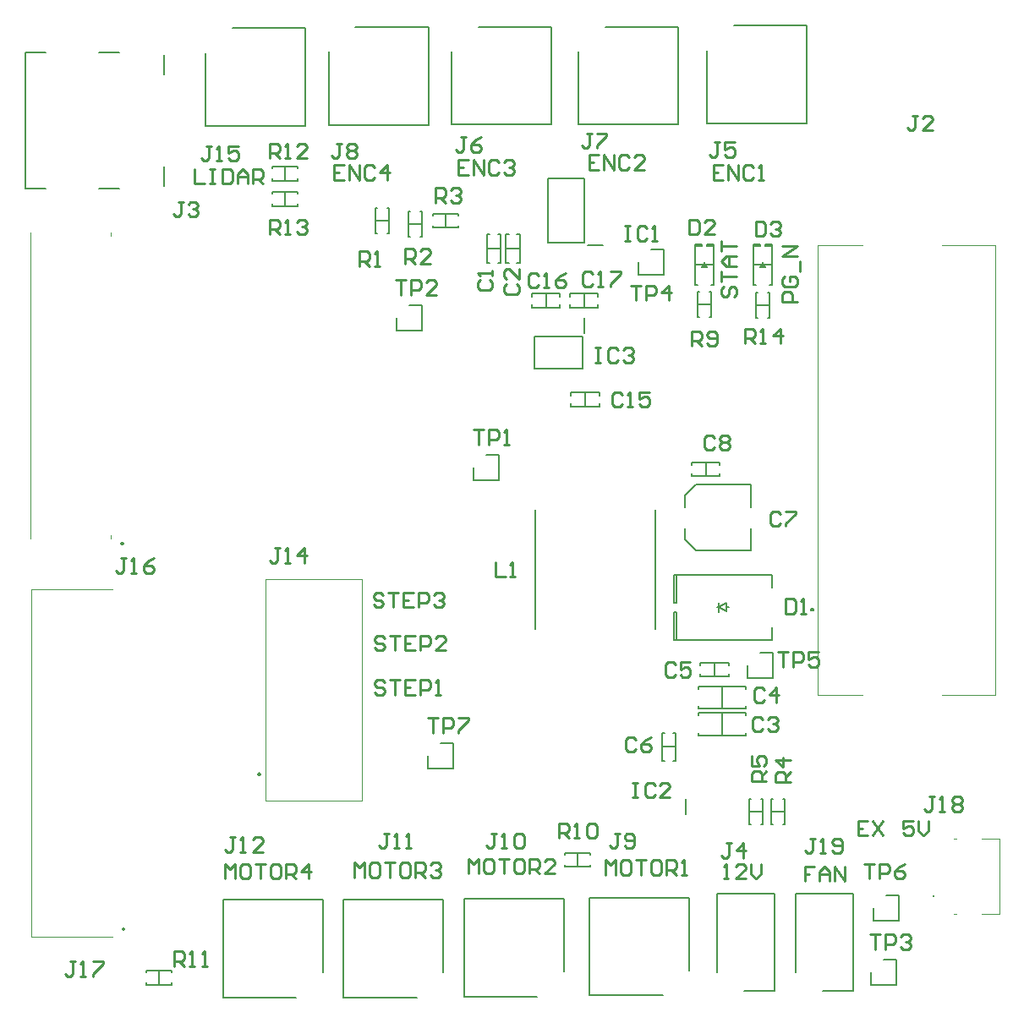
<source format=gto>
%FSTAX23Y23*%
%MOIN*%
%SFA1B1*%

%IPPOS*%
%ADD10C,0.003940*%
%ADD11C,0.007870*%
%ADD12C,0.005910*%
%ADD13C,0.010000*%
%LNmainpcb-1*%
%LPD*%
G54D10*
X0359Y00471D02*
D01*
X0359Y00471*
X0359Y00471*
X0359Y00471*
X0359Y00471*
X03591Y00471*
X03591Y00471*
X03591Y00471*
X03591Y00471*
X03591Y00471*
X03591Y00471*
X03591Y00471*
X03591Y00471*
X03591Y00472*
X03592Y00472*
X03592Y00472*
X03592Y00472*
X03592Y00472*
X03592Y00472*
X03592Y00472*
X03592Y00472*
X03592Y00473*
X03592Y00473*
Y00473*
X03592Y00473*
X03592Y00473*
X03592Y00473*
X03592Y00473*
X03592Y00473*
X03592Y00474*
X03592Y00474*
X03592Y00474*
X03591Y00474*
X03591Y00474*
X03591Y00474*
X03591Y00474*
X03591Y00474*
X03591Y00474*
X03591Y00474*
X03591Y00475*
X03591Y00475*
X0359Y00475*
X0359Y00475*
X0359Y00475*
X0359Y00475*
X0359Y00475*
D01*
X0359Y00475*
X0359Y00475*
X03589Y00475*
X03589Y00475*
X03589Y00475*
X03589Y00475*
X03589Y00474*
X03589Y00474*
X03589Y00474*
X03589Y00474*
X03589Y00474*
X03588Y00474*
X03588Y00474*
X03588Y00474*
X03588Y00474*
X03588Y00474*
X03588Y00473*
X03588Y00473*
X03588Y00473*
X03588Y00473*
X03588Y00473*
X03588Y00473*
Y00473*
X03588Y00473*
X03588Y00472*
X03588Y00472*
X03588Y00472*
X03588Y00472*
X03588Y00472*
X03588Y00472*
X03588Y00472*
X03588Y00472*
X03588Y00471*
X03589Y00471*
X03589Y00471*
X03589Y00471*
X03589Y00471*
X03589Y00471*
X03589Y00471*
X03589Y00471*
X03589Y00471*
X03589Y00471*
X0359Y00471*
X0359Y00471*
X0359Y00471*
X03784Y004D02*
X03852D01*
Y00699*
X03784D02*
X03852D01*
X03674Y004D02*
X03682D01*
X03674Y00699D02*
X03682D01*
X01338Y00847D02*
Y01721D01*
X0096Y00847D02*
X01338D01*
X0096D02*
Y01721D01*
X01338*
X00036Y01682D02*
X00356D01*
X00037Y00311D02*
Y01682D01*
X00036Y00311D02*
X00356D01*
X00351Y03075D02*
Y03087D01*
X00032Y01882D02*
Y03087D01*
X00351Y01882D02*
Y01894D01*
X03627Y01266D02*
X03835D01*
Y03038*
X03627D02*
X03835D01*
X03135D02*
X03312D01*
X03135Y01266D02*
Y03038D01*
Y01266D02*
X03312D01*
G54D11*
X00934Y00957D02*
D01*
X00934Y00957*
X00934Y00957*
X00933Y00957*
X00933Y00957*
X00933Y00957*
X00933Y00957*
X00932Y00957*
X00932Y00956*
X00932Y00956*
X00932Y00956*
X00931Y00956*
X00931Y00956*
X00931Y00956*
X00931Y00955*
X00931Y00955*
X00931Y00955*
X00931Y00955*
X0093Y00954*
X0093Y00954*
X0093Y00954*
X0093Y00953*
X0093Y00953*
Y00953*
X0093Y00953*
X0093Y00952*
X0093Y00952*
X0093Y00952*
X00931Y00952*
X00931Y00951*
X00931Y00951*
X00931Y00951*
X00931Y00951*
X00931Y0095*
X00931Y0095*
X00932Y0095*
X00932Y0095*
X00932Y0095*
X00932Y0095*
X00933Y00949*
X00933Y00949*
X00933Y00949*
X00933Y00949*
X00934Y00949*
X00934Y00949*
X00934Y00949*
D01*
X00934Y00949*
X00935Y00949*
X00935Y00949*
X00935Y00949*
X00936Y00949*
X00936Y00949*
X00936Y0095*
X00936Y0095*
X00936Y0095*
X00937Y0095*
X00937Y0095*
X00937Y0095*
X00937Y00951*
X00937Y00951*
X00938Y00951*
X00938Y00951*
X00938Y00952*
X00938Y00952*
X00938Y00952*
X00938Y00952*
X00938Y00953*
X00938Y00953*
Y00953*
X00938Y00954*
X00938Y00954*
X00938Y00954*
X00938Y00954*
X00938Y00955*
X00938Y00955*
X00938Y00955*
X00937Y00955*
X00937Y00956*
X00937Y00956*
X00937Y00956*
X00937Y00956*
X00936Y00956*
X00936Y00956*
X00936Y00957*
X00936Y00957*
X00936Y00957*
X00935Y00957*
X00935Y00957*
X00935Y00957*
X00934Y00957*
X00934*
X00396Y00343D02*
D01*
X00396Y00343*
X00396Y00342*
X00396Y00342*
X00396Y00342*
X00396Y00342*
X00396Y00341*
X00396Y00341*
X00396Y00341*
X00396Y00341*
X00396Y0034*
X00397Y0034*
X00397Y0034*
X00397Y0034*
X00397Y0034*
X00398Y0034*
X00398Y00339*
X00398Y00339*
X00398Y00339*
X00399Y00339*
X00399Y00339*
X00399Y00339*
X00399Y00339*
X004*
X004Y00339*
X004Y00339*
X004Y00339*
X00401Y00339*
X00401Y00339*
X00401Y00339*
X00401Y0034*
X00402Y0034*
X00402Y0034*
X00402Y0034*
X00402Y0034*
X00403Y0034*
X00403Y00341*
X00403Y00341*
X00403Y00341*
X00403Y00341*
X00403Y00342*
X00403Y00342*
X00403Y00342*
X00403Y00342*
X00403Y00343*
X00403Y00343*
D01*
X00403Y00343*
X00403Y00343*
X00403Y00344*
X00403Y00344*
X00403Y00344*
X00403Y00345*
X00403Y00345*
X00403Y00345*
X00403Y00345*
X00403Y00345*
X00402Y00346*
X00402Y00346*
X00402Y00346*
X00402Y00346*
X00401Y00346*
X00401Y00346*
X00401Y00347*
X00401Y00347*
X004Y00347*
X004Y00347*
X004Y00347*
X004Y00347*
X00399*
X00399Y00347*
X00399Y00347*
X00399Y00347*
X00398Y00347*
X00398Y00347*
X00398Y00346*
X00398Y00346*
X00397Y00346*
X00397Y00346*
X00397Y00346*
X00397Y00346*
X00396Y00345*
X00396Y00345*
X00396Y00345*
X00396Y00345*
X00396Y00345*
X00396Y00344*
X00396Y00344*
X00396Y00344*
X00396Y00343*
X00396Y00343*
X00396Y00343*
X00395Y01859D02*
D01*
X00395Y01859*
X00395Y01859*
X00395Y01859*
X00396Y01859*
X00396Y01859*
X00396Y01859*
X00396Y01859*
X00397Y01859*
X00397Y01859*
X00397Y01859*
X00397Y0186*
X00397Y0186*
X00398Y0186*
X00398Y0186*
X00398Y0186*
X00398Y01861*
X00398Y01861*
X00398Y01861*
X00398Y01862*
X00398Y01862*
X00398Y01862*
X00398Y01862*
Y01863*
X00398Y01863*
X00398Y01863*
X00398Y01863*
X00398Y01864*
X00398Y01864*
X00398Y01864*
X00398Y01864*
X00398Y01865*
X00398Y01865*
X00397Y01865*
X00397Y01865*
X00397Y01865*
X00397Y01866*
X00397Y01866*
X00396Y01866*
X00396Y01866*
X00396Y01866*
X00396Y01866*
X00395Y01866*
X00395Y01866*
X00395Y01866*
X00395*
D01*
X00394Y01866*
X00394Y01866*
X00394Y01866*
X00393Y01866*
X00393Y01866*
X00393Y01866*
X00393Y01866*
X00392Y01866*
X00392Y01866*
X00392Y01865*
X00392Y01865*
X00392Y01865*
X00391Y01865*
X00391Y01865*
X00391Y01864*
X00391Y01864*
X00391Y01864*
X00391Y01864*
X00391Y01863*
X00391Y01863*
X00391Y01863*
X00391Y01863*
Y01862*
X00391Y01862*
X00391Y01862*
X00391Y01861*
X00391Y01861*
X00391Y01861*
X00391Y01861*
X00391Y0186*
X00391Y0186*
X00391Y0186*
X00392Y0186*
X00392Y0186*
X00392Y01859*
X00392Y01859*
X00392Y01859*
X00393Y01859*
X00393Y01859*
X00393Y01859*
X00393Y01859*
X00394Y01859*
X00394Y01859*
X00394Y01859*
X00395Y01859*
X03115Y01605D02*
D01*
X03115Y01605*
X03114Y01605*
X03114Y01605*
X03114Y01605*
X03114Y01605*
X03113Y01604*
X03113Y01604*
X03113Y01604*
X03113Y01604*
X03112Y01604*
X03112Y01604*
X03112Y01604*
X03112Y01603*
X03112Y01603*
X03111Y01603*
X03111Y01603*
X03111Y01602*
X03111Y01602*
X03111Y01602*
X03111Y01602*
X03111Y01601*
X03111Y01601*
Y01601*
X03111Y016*
X03111Y016*
X03111Y016*
X03111Y016*
X03111Y01599*
X03111Y01599*
X03111Y01599*
X03112Y01599*
X03112Y01598*
X03112Y01598*
X03112Y01598*
X03112Y01598*
X03113Y01598*
X03113Y01598*
X03113Y01597*
X03113Y01597*
X03114Y01597*
X03114Y01597*
X03114Y01597*
X03114Y01597*
X03115Y01597*
X03115Y01597*
D01*
X03115Y01597*
X03115Y01597*
X03116Y01597*
X03116Y01597*
X03116Y01597*
X03116Y01597*
X03117Y01597*
X03117Y01598*
X03117Y01598*
X03117Y01598*
X03118Y01598*
X03118Y01598*
X03118Y01598*
X03118Y01599*
X03118Y01599*
X03118Y01599*
X03119Y01599*
X03119Y016*
X03119Y016*
X03119Y016*
X03119Y016*
X03119Y01601*
Y01601*
X03119Y01601*
X03119Y01602*
X03119Y01602*
X03119Y01602*
X03119Y01602*
X03118Y01603*
X03118Y01603*
X03118Y01603*
X03118Y01603*
X03118Y01604*
X03118Y01604*
X03117Y01604*
X03117Y01604*
X03117Y01604*
X03117Y01604*
X03116Y01604*
X03116Y01605*
X03116Y01605*
X03116Y01605*
X03115Y01605*
X03115Y01605*
X03115*
X0257Y0148D02*
X02956D01*
X0257Y01739D02*
X02956D01*
Y0148D02*
Y01532D01*
Y01687D02*
Y01739D01*
X0257Y01629D02*
Y01739D01*
Y01629D02*
X02578D01*
Y01739*
Y0148D02*
Y0159D01*
X0257D02*
X02578D01*
X0257Y0148D02*
Y0159D01*
X02747D02*
Y01629D01*
Y0161D02*
X02775Y01594D01*
X02747Y0161D02*
X02775Y01629D01*
Y01594D02*
Y01629D01*
X0274Y0161D02*
X02747D01*
X02775D02*
X02787D01*
X02845Y00097D02*
X02967D01*
Y00482*
X02738D02*
X02967D01*
X02738Y0017D02*
Y00482D01*
X03155Y00097D02*
X03277D01*
Y00482*
X03048D02*
X03277D01*
X03048Y0017D02*
Y00482D01*
X02805Y03904D02*
X03092D01*
Y03519D02*
Y03904D01*
X02698Y03519D02*
X03092D01*
X02698D02*
Y03806D01*
X01799Y03899D02*
X02087D01*
Y03514D02*
Y03899D01*
X01693Y03514D02*
X02087D01*
X01693D02*
Y03801D01*
X02299Y03899D02*
X02587D01*
Y03514D02*
Y03899D01*
X02193Y03514D02*
X02587D01*
X02193D02*
Y03801D01*
X01314Y03898D02*
X01602D01*
Y03512D02*
Y03898D01*
X01208Y03512D02*
X01602D01*
X01208D02*
Y038D01*
X02237Y0008D02*
X02525D01*
X02237D02*
Y00465D01*
X02631*
Y00178D02*
Y00465D01*
X01742Y00076D02*
X0203D01*
X01742D02*
Y00462D01*
X02136*
Y00175D02*
Y00462D01*
X01267Y00071D02*
X01555D01*
X01267D02*
Y00457D01*
X01661*
Y0017D02*
Y00457D01*
X00792Y00071D02*
X0108D01*
X00792D02*
Y00457D01*
X01186*
Y0017D02*
Y00457D01*
X00829Y03894D02*
X01117D01*
Y03509D02*
Y03894D01*
X00723Y03509D02*
X01117D01*
X00723D02*
Y03796D01*
X0178Y0211D02*
Y0216D01*
Y0211D02*
X0188D01*
Y0221*
X0183D02*
X0188D01*
X01475Y027D02*
Y0275D01*
Y027D02*
X01575D01*
Y028*
X01525D02*
X01575D01*
X03345Y0012D02*
Y0017D01*
Y0012D02*
X03445D01*
Y0022*
X03395D02*
X03445D01*
X0243Y0292D02*
Y0297D01*
Y0292D02*
X0253D01*
Y0302*
X0248D02*
X0253D01*
X0286Y0133D02*
Y0138D01*
Y0133D02*
X0296D01*
Y0143*
X0291D02*
X0296D01*
X03355Y00375D02*
Y00425D01*
Y00375D02*
X03455D01*
Y00475*
X03405D02*
X03455D01*
X016Y00975D02*
Y01025D01*
Y00975D02*
X017D01*
Y01075*
X0165D02*
X017D01*
X02211Y02552D02*
Y02677D01*
X02018Y02552D02*
X02211D01*
X02018D02*
Y02677D01*
X02211*
X02216Y02691D02*
Y0275D01*
X02072Y03047D02*
X02217D01*
X02072D02*
Y03302D01*
X02217*
Y03047D02*
Y03302D01*
X02231Y03037D02*
X02289D01*
X02023Y01523D02*
Y01996D01*
X02496Y01523D02*
Y01996D01*
X0056Y0327D02*
Y03348D01*
X00304Y03262D02*
X00383D01*
X00304Y03797D02*
X00383D01*
X00013Y03262D02*
X00092D01*
X00013D02*
Y03797D01*
X00092*
X0056Y03711D02*
Y03789D01*
X02614Y0205D02*
X02657Y02093D01*
X02614Y02006D02*
Y0205D01*
X02657Y02093D02*
X02874D01*
Y02006D02*
Y02093D01*
X02614Y01877D02*
X02657Y01833D01*
X02614Y01877D02*
Y0192D01*
X02657Y01833D02*
X02874D01*
Y0192*
X02617Y00795D02*
Y00855D01*
G54D12*
X02892Y028D02*
X02947D01*
X0294Y0285D02*
X02947D01*
Y0275D02*
Y0285D01*
X0294Y0275D02*
X02947D01*
X02892D02*
X029D01*
X02892D02*
Y0285D01*
X029*
X0291Y03035D02*
Y0304D01*
X02884D02*
X0291D01*
X02884Y03035D02*
Y0304D01*
X02955Y03035D02*
Y0304D01*
X0293D02*
X02955D01*
X0293Y03035D02*
Y0304D01*
X02884Y0288D02*
X02892D01*
X02884D02*
Y03035D01*
X0291*
X02947Y0288D02*
X02955D01*
Y03035*
X0293D02*
X02955D01*
X02884Y0296D02*
X02955D01*
X0292D02*
Y0297D01*
X0291Y0295D02*
X0293D01*
X0291D02*
X0292Y0296D01*
X0293Y0295*
X01035Y03192D02*
Y03247D01*
X00985Y0324D02*
Y03247D01*
X01085*
Y0324D02*
Y03247D01*
Y03192D02*
Y032D01*
X00985Y03192D02*
X01085D01*
X00985D02*
Y032D01*
X01035Y03292D02*
Y03347D01*
X01085Y03292D02*
Y033D01*
X00985Y03292D02*
X01085D01*
X00985D02*
Y033D01*
Y0334D02*
Y03347D01*
X01085*
Y0334D02*
Y03347D01*
X02662Y02805D02*
X02717D01*
X0271Y02855D02*
X02717D01*
Y02755D02*
Y02855D01*
X0271Y02755D02*
X02717D01*
X02662D02*
X0267D01*
X02662D02*
Y02855D01*
X0267*
X0054Y00122D02*
Y00177D01*
X0059Y00122D02*
Y0013D01*
X0049Y00122D02*
X0059D01*
X0049D02*
Y0013D01*
Y0017D02*
Y00177D01*
X0059*
Y0017D02*
Y00177D01*
X0219Y00587D02*
Y00642D01*
X0214Y00635D02*
Y00642D01*
X0224*
Y00635D02*
Y00642D01*
Y00587D02*
Y00595D01*
X0214Y00587D02*
X0224D01*
X0214D02*
Y00595D01*
X0269Y0296D02*
X027Y0295D01*
X0268D02*
X0269Y0296D01*
X0268Y0295D02*
X027D01*
X0269Y0296D02*
Y0297D01*
X02654Y0296D02*
X02725D01*
X027Y03035D02*
X02725D01*
Y0288D02*
Y03035D01*
X02717Y0288D02*
X02725D01*
X02654Y03035D02*
X0268D01*
X02654Y0288D02*
Y03035D01*
Y0288D02*
X02662D01*
X027Y03035D02*
Y0304D01*
X02725*
Y03035D02*
Y0304D01*
X02654Y03035D02*
Y0304D01*
X0268*
Y03035D02*
Y0304D01*
X02695Y02127D02*
Y02182D01*
X0275Y02127D02*
Y02139D01*
X02639Y02127D02*
X0275D01*
X02639D02*
Y02139D01*
Y0217D02*
Y02182D01*
X0275*
Y0217D02*
Y02182D01*
X02866Y00855D02*
X02874D01*
X02866Y00755D02*
Y00855D01*
Y00755D02*
X02874D01*
X02914D02*
X02921D01*
Y00855*
X02914D02*
X02921D01*
X02866Y00805D02*
X02921D01*
X03Y00755D02*
X03007D01*
Y00855*
X03D02*
X03007D01*
X02952D02*
X0296D01*
X02952Y00755D02*
Y00855D01*
Y00755D02*
X0296D01*
X02952Y00805D02*
X03007D01*
X02522Y0106D02*
X02577D01*
X02565Y01115D02*
X02577D01*
Y01004D02*
Y01115D01*
X02565Y01004D02*
X02577D01*
X02522D02*
X02534D01*
X02522D02*
Y01115D01*
X02534*
X02853Y01289D02*
Y01299D01*
X02666D02*
X02853D01*
X02666Y01289D02*
Y01299D01*
Y0121D02*
Y0122D01*
Y0121D02*
X02853D01*
Y0122*
X0276Y0121D02*
Y01299D01*
X02853Y01184D02*
Y01194D01*
X02666D02*
X02853D01*
X02666Y01184D02*
Y01194D01*
Y01105D02*
Y01115D01*
Y01105D02*
X02853D01*
Y01115*
X0276Y01105D02*
Y01194D01*
X0273Y01337D02*
Y01392D01*
X02785Y01337D02*
Y01349D01*
X02674Y01337D02*
X02785D01*
X02674D02*
Y01349D01*
Y0138D02*
Y01392D01*
X02785*
Y0138D02*
Y01392D01*
X02215Y02792D02*
Y02847D01*
X0227Y02792D02*
Y02804D01*
X02159Y02792D02*
X0227D01*
X02159D02*
Y02804D01*
Y02835D02*
Y02847D01*
X0227*
Y02835D02*
Y02847D01*
X01907Y03025D02*
X01962D01*
X01907Y02969D02*
X01919D01*
X01907D02*
Y0308D01*
X01919*
X0195D02*
X01962D01*
Y02969D02*
Y0308D01*
X0195Y02969D02*
X01962D01*
X01832Y03025D02*
X01887D01*
X01832Y02969D02*
X01844D01*
X01832D02*
Y0308D01*
X01844*
X01875D02*
X01887D01*
Y02969D02*
Y0308D01*
X01875Y02969D02*
X01887D01*
X0162Y03107D02*
Y03115D01*
Y03107D02*
X0172D01*
Y03115*
Y03155D02*
Y03162D01*
X0162D02*
X0172D01*
X0162Y03155D02*
Y03162D01*
X0167Y03107D02*
Y03162D01*
X0222Y02402D02*
Y02457D01*
X02275Y02402D02*
Y02414D01*
X02164Y02402D02*
X02275D01*
X02164D02*
Y02414D01*
Y02445D02*
Y02457D01*
X02275*
Y02445D02*
Y02457D01*
X02065Y02792D02*
Y02847D01*
X0212Y02792D02*
Y02804D01*
X02009Y02792D02*
X0212D01*
X02009D02*
Y02804D01*
Y02835D02*
Y02847D01*
X0212*
Y02835D02*
Y02847D01*
X0157Y0307D02*
X01577D01*
Y0317*
X0157D02*
X01577D01*
X01522D02*
X0153D01*
X01522Y0307D02*
Y0317D01*
Y0307D02*
X0153D01*
X01522Y0312D02*
X01577D01*
X0144Y03085D02*
X01447D01*
Y03185*
X0144D02*
X01447D01*
X01392D02*
X014D01*
X01392Y03085D02*
Y03185D01*
Y03085D02*
X014D01*
X01392Y03135D02*
X01447D01*
G54D13*
X03055Y02815D02*
X02995D01*
Y02844*
X03005Y02854*
X03025*
X03035Y02844*
Y02815*
X03005Y02914D02*
X02995Y02904D01*
Y02884*
X03005Y02874*
X03045*
X03055Y02884*
Y02904*
X03045Y02914*
X03025*
Y02894*
X03065Y02934D02*
Y02974D01*
X03055Y02994D02*
X02995D01*
X03055Y03034*
X02995*
X03124Y00589D02*
X03085D01*
Y00559*
X03104*
X03085*
Y0053*
X03144D02*
Y00569D01*
X03164Y00589*
X03184Y00569*
Y0053*
Y00559*
X03144*
X03204Y0053D02*
Y00589D01*
X03244Y0053*
Y00589*
X02765Y02874D02*
X02755Y02864D01*
Y02845*
X02765Y02835*
X02775*
X02785Y02845*
Y02864*
X02795Y02874*
X02805*
X02815Y02864*
Y02845*
X02805Y02835*
X02755Y02894D02*
Y02934D01*
Y02914*
X02815*
Y02954D02*
X02775D01*
X02755Y02974*
X02775Y02994*
X02815*
X02785*
Y02954*
X02755Y03014D02*
Y03054D01*
Y03034*
X02815*
X03334Y00769D02*
X03295D01*
Y0071*
X03334*
X03295Y00739D02*
X03314D01*
X03354Y00769D02*
X03394Y0071D01*
Y00769D02*
X03354Y0071D01*
X03514Y00769D02*
X03474D01*
Y00739*
X03494Y00749*
X03504*
X03514Y00739*
Y0072*
X03504Y0071*
X03484*
X03474Y0072*
X03534Y00769D02*
Y00729D01*
X03554Y0071*
X03574Y00729*
Y00769*
X0176Y0056D02*
Y00619D01*
X01779Y00599*
X01799Y00619*
Y0056*
X01849Y00619D02*
X01829D01*
X01819Y00609*
Y0057*
X01829Y0056*
X01849*
X01859Y0057*
Y00609*
X01849Y00619*
X01879D02*
X01919D01*
X01899*
Y0056*
X01969Y00619D02*
X01949D01*
X01939Y00609*
Y0057*
X01949Y0056*
X01969*
X01979Y0057*
Y00609*
X01969Y00619*
X01999Y0056D02*
Y00619D01*
X02029*
X02039Y00609*
Y00589*
X02029Y00579*
X01999*
X02019D02*
X02039Y0056D01*
X02099D02*
X02059D01*
X02099Y00599*
Y00609*
X02089Y00619*
X02069*
X02059Y00609*
X008Y0054D02*
Y00599D01*
X00819Y00579*
X00839Y00599*
Y0054*
X00889Y00599D02*
X00869D01*
X00859Y00589*
Y0055*
X00869Y0054*
X00889*
X00899Y0055*
Y00589*
X00889Y00599*
X00919D02*
X00959D01*
X00939*
Y0054*
X01009Y00599D02*
X00989D01*
X00979Y00589*
Y0055*
X00989Y0054*
X01009*
X01019Y0055*
Y00589*
X01009Y00599*
X01039Y0054D02*
Y00599D01*
X01069*
X01079Y00589*
Y00569*
X01069Y00559*
X01039*
X01059D02*
X01079Y0054D01*
X01129D02*
Y00599D01*
X01099Y00569*
X01139*
X0131Y00545D02*
Y00604D01*
X01329Y00584*
X01349Y00604*
Y00545*
X01399Y00604D02*
X01379D01*
X01369Y00594*
Y00555*
X01379Y00545*
X01399*
X01409Y00555*
Y00594*
X01399Y00604*
X01429D02*
X01469D01*
X01449*
Y00545*
X01519Y00604D02*
X01499D01*
X01489Y00594*
Y00555*
X01499Y00545*
X01519*
X01529Y00555*
Y00594*
X01519Y00604*
X01549Y00545D02*
Y00604D01*
X01579*
X01589Y00594*
Y00574*
X01579Y00564*
X01549*
X01569D02*
X01589Y00545D01*
X01609Y00594D02*
X01619Y00604D01*
X01639*
X01649Y00594*
Y00584*
X01639Y00574*
X01629*
X01639*
X01649Y00564*
Y00555*
X01639Y00545*
X01619*
X01609Y00555*
X02765Y0054D02*
X02784D01*
X02775*
Y00599*
X02765Y00589*
X02854Y0054D02*
X02814D01*
X02854Y00579*
Y00589*
X02844Y00599*
X02824*
X02814Y00589*
X02874Y00599D02*
Y00559D01*
X02894Y0054*
X02914Y00559*
Y00599*
X01429Y01314D02*
X01419Y01324D01*
X014*
X0139Y01314*
Y01304*
X014Y01294*
X01419*
X01429Y01284*
Y01275*
X01419Y01265*
X014*
X0139Y01275*
X01449Y01324D02*
X01489D01*
X01469*
Y01265*
X01549Y01324D02*
X01509D01*
Y01265*
X01549*
X01509Y01294D02*
X01529D01*
X01569Y01265D02*
Y01324D01*
X01599*
X01609Y01314*
Y01294*
X01599Y01284*
X01569*
X01629Y01265D02*
X01649D01*
X01639*
Y01324*
X01629Y01314*
X01429Y01489D02*
X01419Y01499D01*
X014*
X0139Y01489*
Y01479*
X014Y01469*
X01419*
X01429Y01459*
Y0145*
X01419Y0144*
X014*
X0139Y0145*
X01449Y01499D02*
X01489D01*
X01469*
Y0144*
X01549Y01499D02*
X01509D01*
Y0144*
X01549*
X01509Y01469D02*
X01529D01*
X01569Y0144D02*
Y01499D01*
X01599*
X01609Y01489*
Y01469*
X01599Y01459*
X01569*
X01669Y0144D02*
X01629D01*
X01669Y01479*
Y01489*
X01659Y01499*
X01639*
X01629Y01489*
X01424Y01659D02*
X01414Y01669D01*
X01395*
X01385Y01659*
Y01649*
X01395Y01639*
X01414*
X01424Y01629*
Y0162*
X01414Y0161*
X01395*
X01385Y0162*
X01444Y01669D02*
X01484D01*
X01464*
Y0161*
X01544Y01669D02*
X01504D01*
Y0161*
X01544*
X01504Y01639D02*
X01524D01*
X01564Y0161D02*
Y01669D01*
X01594*
X01604Y01659*
Y01639*
X01594Y01629*
X01564*
X01624Y01659D02*
X01634Y01669D01*
X01654*
X01664Y01659*
Y01649*
X01654Y01639*
X01644*
X01654*
X01664Y01629*
Y0162*
X01654Y0161*
X01634*
X01624Y0162*
X023Y00555D02*
Y00614D01*
X02319Y00594*
X02339Y00614*
Y00555*
X02389Y00614D02*
X02369D01*
X02359Y00604*
Y00565*
X02369Y00555*
X02389*
X02399Y00565*
Y00604*
X02389Y00614*
X02419D02*
X02459D01*
X02439*
Y00555*
X02509Y00614D02*
X02489D01*
X02479Y00604*
Y00565*
X02489Y00555*
X02509*
X02519Y00565*
Y00604*
X02509Y00614*
X02539Y00555D02*
Y00614D01*
X02569*
X02579Y00604*
Y00584*
X02569Y00574*
X02539*
X02559D02*
X02579Y00555D01*
X02599D02*
X02619D01*
X02609*
Y00614*
X02599Y00604*
X02764Y03354D02*
X02725D01*
Y03295*
X02764*
X02725Y03324D02*
X02744D01*
X02784Y03295D02*
Y03354D01*
X02824Y03295*
Y03354*
X02884Y03344D02*
X02874Y03354D01*
X02854*
X02844Y03344*
Y03305*
X02854Y03295*
X02874*
X02884Y03305*
X02904Y03295D02*
X02924D01*
X02914*
Y03354*
X02904Y03344*
X02274Y03394D02*
X02235D01*
Y03335*
X02274*
X02235Y03364D02*
X02254D01*
X02294Y03335D02*
Y03394D01*
X02334Y03335*
Y03394*
X02394Y03384D02*
X02384Y03394D01*
X02364*
X02354Y03384*
Y03345*
X02364Y03335*
X02384*
X02394Y03345*
X02454Y03335D02*
X02414D01*
X02454Y03374*
Y03384*
X02444Y03394*
X02424*
X02414Y03384*
X01759Y03374D02*
X0172D01*
Y03315*
X01759*
X0172Y03344D02*
X01739D01*
X01779Y03315D02*
Y03374D01*
X01819Y03315*
Y03374*
X01879Y03364D02*
X01869Y03374D01*
X01849*
X01839Y03364*
Y03325*
X01849Y03315*
X01869*
X01879Y03325*
X01899Y03364D02*
X01909Y03374D01*
X01929*
X01939Y03364*
Y03354*
X01929Y03344*
X01919*
X01929*
X01939Y03334*
Y03325*
X01929Y03315*
X01909*
X01899Y03325*
X01269Y03354D02*
X0123D01*
Y03295*
X01269*
X0123Y03324D02*
X01249D01*
X01289Y03295D02*
Y03354D01*
X01329Y03295*
Y03354*
X01389Y03344D02*
X01379Y03354D01*
X01359*
X01349Y03344*
Y03305*
X01359Y03295*
X01379*
X01389Y03305*
X01439Y03295D02*
Y03354D01*
X01409Y03324*
X01449*
X0068Y03339D02*
Y0328D01*
X00719*
X00739Y03339D02*
X00759D01*
X00749*
Y0328*
X00739*
X00759*
X00789Y03339D02*
Y0328D01*
X00819*
X00829Y0329*
Y03329*
X00819Y03339*
X00789*
X00849Y0328D02*
Y03319D01*
X00869Y03339*
X00889Y03319*
Y0328*
Y03309*
X00849*
X00909Y0328D02*
Y03339D01*
X00939*
X00949Y03329*
Y03309*
X00939Y03299*
X00909*
X00929D02*
X00949Y0328D01*
X0353Y03549D02*
X0351D01*
X0352*
Y035*
X0351Y0349*
X035*
X0349Y035*
X03589Y0349D02*
X0355D01*
X03589Y0353*
Y03539*
X03579Y03549*
X03559*
X0355Y03539*
X0285Y0265D02*
Y02709D01*
X0288*
X0289Y02699*
Y0268*
X0288Y0267*
X0285*
X0287D02*
X0289Y0265D01*
X0291D02*
X0293D01*
X0292*
Y02709*
X0291Y02699*
X02989Y0265D02*
Y02709D01*
X02959Y0268*
X02999*
X02892Y03132D02*
Y03073D01*
X02921*
X02931Y03083*
Y03122*
X02921Y03132*
X02892*
X02951Y03122D02*
X02961Y03132D01*
X02981*
X02991Y03122*
Y03112*
X02981Y03102*
X02971*
X02981*
X02991Y03092*
Y03083*
X02981Y03073*
X02961*
X02951Y03083*
X00975Y0308D02*
Y03139D01*
X01005*
X01015Y03129*
Y0311*
X01005Y031*
X00975*
X00995D02*
X01015Y0308D01*
X01035D02*
X01055D01*
X01045*
Y03139*
X01035Y03129*
X01084D02*
X01094Y03139D01*
X01114*
X01124Y03129*
Y0312*
X01114Y0311*
X01104*
X01114*
X01124Y031*
Y0309*
X01114Y0308*
X01094*
X01084Y0309*
X00975Y0338D02*
Y03439D01*
X01005*
X01015Y03429*
Y0341*
X01005Y034*
X00975*
X00995D02*
X01015Y0338D01*
X01035D02*
X01055D01*
X01045*
Y03439*
X01035Y03429*
X01124Y0338D02*
X01084D01*
X01124Y0342*
Y03429*
X01114Y03439*
X01094*
X01084Y03429*
X03125Y00699D02*
X03105D01*
X03115*
Y0065*
X03105Y0064*
X03095*
X03085Y0065*
X03145Y0064D02*
X03165D01*
X03155*
Y00699*
X03145Y00689*
X03194Y0065D02*
X03204Y0064D01*
X03224*
X03234Y0065*
Y00689*
X03224Y00699*
X03204*
X03194Y00689*
Y0068*
X03204Y0067*
X03234*
X006Y00195D02*
Y00254D01*
X0063*
X0064Y00244*
Y00225*
X0063Y00215*
X006*
X0062D02*
X0064Y00195D01*
X0066D02*
X0068D01*
X0067*
Y00254*
X0066Y00244*
X00709Y00195D02*
X00729D01*
X00719*
Y00254*
X00709Y00244*
X02115Y007D02*
Y00759D01*
X02145*
X02155Y00749*
Y0073*
X02145Y0072*
X02115*
X02135D02*
X02155Y007D01*
X02175D02*
X02195D01*
X02185*
Y00759*
X02175Y00749*
X02225D02*
X02235Y00759D01*
X02255*
X02265Y00749*
Y0071*
X02255Y007*
X02235*
X02225Y0071*
Y00749*
X01599Y01175D02*
X01638D01*
X01618*
Y01116*
X01658D02*
Y01175D01*
X01688*
X01698Y01165*
Y01145*
X01688Y01135*
X01658*
X01718Y01175D02*
X01758D01*
Y01165*
X01718Y01126*
Y01116*
X0332Y00599D02*
X0336D01*
X0334*
Y0054*
X0338D02*
Y00599D01*
X0341*
X03419Y00589*
Y0057*
X0341Y0056*
X0338*
X03479Y00599D02*
X03459Y00589D01*
X03439Y0057*
Y0055*
X03449Y0054*
X03469*
X03479Y0055*
Y0056*
X03469Y0057*
X03439*
X0298Y01434D02*
X0302D01*
X03*
Y01375*
X0304D02*
Y01434D01*
X0307*
X03079Y01424*
Y01405*
X0307Y01395*
X0304*
X03139Y01434D02*
X03099D01*
Y01405*
X03119Y01415*
X03129*
X03139Y01405*
Y01385*
X03129Y01375*
X03109*
X03099Y01385*
X024Y02879D02*
X0244D01*
X0242*
Y0282*
X0246D02*
Y02879D01*
X0249*
X02499Y02869*
Y0285*
X0249Y0284*
X0246*
X02549Y0282D02*
Y02879D01*
X02519Y0285*
X02559*
X03344Y0032D02*
X03383D01*
X03363*
Y00261*
X03403D02*
Y0032D01*
X03433*
X03443Y0031*
Y0029*
X03433Y0028*
X03403*
X03463Y0031D02*
X03473Y0032D01*
X03493*
X03503Y0031*
Y003*
X03493Y0029*
X03483*
X03493*
X03503Y0028*
Y00271*
X03493Y00261*
X03473*
X03463Y00271*
X01474Y029D02*
X01513D01*
X01493*
Y02841*
X01533D02*
Y029D01*
X01563*
X01573Y0289*
Y0287*
X01563Y0286*
X01533*
X01633Y02841D02*
X01593D01*
X01633Y0288*
Y0289*
X01623Y029*
X01603*
X01593Y0289*
X01779Y0231D02*
X01818D01*
X01798*
Y02251*
X01838D02*
Y0231D01*
X01868*
X01878Y023*
Y0228*
X01868Y0227*
X01838*
X01898Y02251D02*
X01918D01*
X01908*
Y0231*
X01898Y023*
X03596Y00865D02*
X03576D01*
X03586*
Y00816*
X03576Y00806*
X03567*
X03557Y00816*
X03616Y00806D02*
X03636D01*
X03626*
Y00865*
X03616Y00855*
X03666D02*
X03676Y00865D01*
X03696*
X03706Y00855*
Y00845*
X03696Y00835*
X03706Y00825*
Y00816*
X03696Y00806*
X03676*
X03666Y00816*
Y00825*
X03676Y00835*
X03666Y00845*
Y00855*
X03676Y00835D02*
X03696D01*
X00211Y00215D02*
X00191D01*
X00201*
Y00165*
X00191Y00155*
X00181*
X00171Y00165*
X00231Y00155D02*
X00251D01*
X00241*
Y00215*
X00231Y00205*
X00281Y00215D02*
X00321D01*
Y00205*
X00281Y00165*
Y00155*
X00745Y03429D02*
X00725D01*
X00735*
Y0338*
X00725Y0337*
X00715*
X00705Y0338*
X00765Y0337D02*
X00785D01*
X00775*
Y03429*
X00765Y03419*
X00854Y03429D02*
X00814D01*
Y034*
X00834Y0341*
X00844*
X00854Y034*
Y0338*
X00844Y0337*
X00824*
X00814Y0338*
X00411Y01805D02*
X00391D01*
X00401*
Y01755*
X00391Y01745*
X00381*
X00371Y01755*
X00431Y01745D02*
X00451D01*
X00441*
Y01805*
X00431Y01795*
X00521Y01805D02*
X00501Y01795D01*
X00481Y01775*
Y01755*
X00491Y01745*
X00511*
X00521Y01755*
Y01765*
X00511Y01775*
X00481*
X00635Y03209D02*
X00615D01*
X00625*
Y0316*
X00615Y0315*
X00605*
X00595Y0316*
X00655Y03199D02*
X00664Y03209D01*
X00684*
X00694Y03199*
Y0319*
X00684Y0318*
X00674*
X00684*
X00694Y0317*
Y0316*
X00684Y0315*
X00664*
X00655Y0316*
X0084Y00704D02*
X0082D01*
X0083*
Y00655*
X0082Y00645*
X0081*
X008Y00655*
X0086Y00645D02*
X0088D01*
X0087*
Y00704*
X0086Y00694*
X00949Y00645D02*
X00909D01*
X00949Y00685*
Y00694*
X00939Y00704*
X00919*
X00909Y00694*
X01445Y00719D02*
X01425D01*
X01435*
Y0067*
X01425Y0066*
X01415*
X01405Y0067*
X01465Y0066D02*
X01485D01*
X01475*
Y00719*
X01465Y00709*
X01514Y0066D02*
X01534D01*
X01524*
Y00719*
X01514Y00709*
X0187Y00719D02*
X0185D01*
X0186*
Y0067*
X0185Y0066*
X0184*
X0183Y0067*
X0189Y0066D02*
X0191D01*
X019*
Y00719*
X0189Y00709*
X01939D02*
X01949Y00719D01*
X01969*
X01979Y00709*
Y0067*
X01969Y0066*
X01949*
X01939Y0067*
Y00709*
X02355Y00719D02*
X02335D01*
X02345*
Y0067*
X02335Y0066*
X02325*
X02315Y0067*
X02375D02*
X02384Y0066D01*
X02404*
X02414Y0067*
Y00709*
X02404Y00719*
X02384*
X02375Y00709*
Y007*
X02384Y0069*
X02414*
X0126Y03439D02*
X0124D01*
X0125*
Y0339*
X0124Y0338*
X0123*
X0122Y0339*
X0128Y03429D02*
X01289Y03439D01*
X01309*
X01319Y03429*
Y0342*
X01309Y0341*
X01319Y034*
Y0339*
X01309Y0338*
X01289*
X0128Y0339*
Y034*
X01289Y0341*
X0128Y0342*
Y03429*
X01289Y0341D02*
X01309D01*
X02245Y03479D02*
X02225D01*
X02235*
Y0343*
X02225Y0342*
X02215*
X02205Y0343*
X02265Y03479D02*
X02304D01*
Y03469*
X02265Y0343*
Y0342*
X0175Y03464D02*
X0173D01*
X0174*
Y03415*
X0173Y03405*
X0172*
X0171Y03415*
X01809Y03464D02*
X01789Y03454D01*
X0177Y03435*
Y03415*
X01779Y03405*
X01799*
X01809Y03415*
Y03425*
X01799Y03435*
X0177*
X0275Y03444D02*
X0273D01*
X0274*
Y03395*
X0273Y03385*
X0272*
X0271Y03395*
X02809Y03444D02*
X0277D01*
Y03415*
X02789Y03425*
X02799*
X02809Y03415*
Y03395*
X02799Y03385*
X02779*
X0277Y03395*
X0226Y02634D02*
X0228D01*
X0227*
Y02575*
X0226*
X0228*
X02349Y02624D02*
X0234Y02634D01*
X0232*
X0231Y02624*
Y02585*
X0232Y02575*
X0234*
X02349Y02585*
X02369Y02624D02*
X02379Y02634D01*
X02399*
X02409Y02624*
Y02615*
X02399Y02605*
X02389*
X02399*
X02409Y02595*
Y02585*
X02399Y02575*
X02379*
X02369Y02585*
X0225Y02924D02*
X0224Y02934D01*
X0222*
X0221Y02924*
Y02885*
X0222Y02875*
X0224*
X0225Y02885*
X0227Y02875D02*
X0229D01*
X0228*
Y02934*
X0227Y02924*
X02319Y02934D02*
X02359D01*
Y02924*
X02319Y02885*
Y02875*
X02035Y02919D02*
X02025Y02929D01*
X02005*
X01995Y02919*
Y0288*
X02005Y0287*
X02025*
X02035Y0288*
X02055Y0287D02*
X02075D01*
X02065*
Y02929*
X02055Y02919*
X02144Y02929D02*
X02124Y02919D01*
X02104Y029*
Y0288*
X02114Y0287*
X02134*
X02144Y0288*
Y0289*
X02134Y029*
X02104*
X02365Y02449D02*
X02355Y02459D01*
X02335*
X02325Y02449*
Y0241*
X02335Y024*
X02355*
X02365Y0241*
X02385Y024D02*
X02405D01*
X02395*
Y02459*
X02385Y02449*
X02474Y02459D02*
X02434D01*
Y0243*
X02454Y0244*
X02464*
X02474Y0243*
Y0241*
X02464Y024*
X02444*
X02434Y0241*
X0264Y0264D02*
Y02699D01*
X0267*
X0268Y02689*
Y0267*
X0267Y0266*
X0264*
X0266D02*
X0268Y0264D01*
X027Y0265D02*
X02709Y0264D01*
X02729*
X02739Y0265*
Y02689*
X02729Y02699*
X02709*
X027Y02689*
Y0268*
X02709Y0267*
X02739*
X02934Y00925D02*
X02875D01*
Y00955*
X02885Y00965*
X02905*
X02915Y00955*
Y00925*
Y00945D02*
X02934Y00965D01*
X02875Y01024D02*
Y00985D01*
X02905*
X02895Y01004*
Y01014*
X02905Y01024*
X02924*
X02934Y01014*
Y00994*
X02924Y00985*
X03029Y0092D02*
X0297D01*
Y0095*
X0298Y0096*
X03*
X0301Y0095*
Y0092*
Y0094D02*
X03029Y0096D01*
Y01009D02*
X0297D01*
X03Y0098*
Y01019*
X0163Y03205D02*
Y03264D01*
X0166*
X0167Y03254*
Y03235*
X0166Y03225*
X0163*
X0165D02*
X0167Y03205D01*
X0169Y03254D02*
X01699Y03264D01*
X01719*
X01729Y03254*
Y03245*
X01719Y03235*
X01709*
X01719*
X01729Y03225*
Y03215*
X01719Y03205*
X01699*
X0169Y03215*
X0151Y02965D02*
Y03024D01*
X0154*
X0155Y03014*
Y02995*
X0154Y02985*
X0151*
X0153D02*
X0155Y02965D01*
X01609D02*
X0157D01*
X01609Y03005*
Y03014*
X01599Y03024*
X01579*
X0157Y03014*
X0133Y02955D02*
Y03014D01*
X0136*
X0137Y03004*
Y02985*
X0136Y02975*
X0133*
X0135D02*
X0137Y02955D01*
X01389D02*
X01409D01*
X01399*
Y03014*
X01389Y03004*
X01865Y01789D02*
Y0173D01*
X01905*
X01924D02*
X01944D01*
X01934*
Y01789*
X01924Y01779*
X01015Y01844D02*
X00995D01*
X01005*
Y01795*
X00995Y01785*
X00985*
X00975Y01795*
X01035Y01785D02*
X01055D01*
X01045*
Y01844*
X01035Y01834*
X01114Y01785D02*
Y01844D01*
X01084Y01815*
X01124*
X02795Y00681D02*
X02775D01*
X02785*
Y00631*
X02775Y00621*
X02765*
X02755Y00631*
X02844Y00621D02*
Y00681D01*
X02815Y00651*
X02854*
X02405Y00919D02*
X02425D01*
X02415*
Y0086*
X02405*
X02425*
X02495Y00909D02*
X02485Y00919D01*
X02465*
X02455Y00909*
Y0087*
X02465Y0086*
X02485*
X02495Y0087*
X02554Y0086D02*
X02514D01*
X02554Y009*
Y00909*
X02544Y00919*
X02524*
X02514Y00909*
X02375Y03114D02*
X02395D01*
X02385*
Y03055*
X02375*
X02395*
X02464Y03104D02*
X02454Y03114D01*
X02435*
X02425Y03104*
Y03065*
X02435Y03055*
X02454*
X02464Y03065*
X02484Y03055D02*
X02504D01*
X02494*
Y03114*
X02484Y03104*
X0263Y03139D02*
Y0308D01*
X0266*
X0267Y0309*
Y03129*
X0266Y03139*
X0263*
X02729Y0308D02*
X0269D01*
X02729Y0312*
Y03129*
X02719Y03139*
X02699*
X0269Y03129*
X0301Y01644D02*
Y01585D01*
X0304*
X0305Y01595*
Y01634*
X0304Y01644*
X0301*
X03069Y01585D02*
X03089D01*
X03079*
Y01644*
X03069Y01634*
X0273Y02279D02*
X0272Y02289D01*
X027*
X0269Y02279*
Y0224*
X027Y0223*
X0272*
X0273Y0224*
X0275Y02279D02*
X02759Y02289D01*
X02779*
X02789Y02279*
Y0227*
X02779Y0226*
X02789Y0225*
Y0224*
X02779Y0223*
X02759*
X0275Y0224*
Y0225*
X02759Y0226*
X0275Y0227*
Y02279*
X02759Y0226D02*
X02779D01*
X0299Y01979D02*
X0298Y01989D01*
X0296*
X0295Y01979*
Y0194*
X0296Y0193*
X0298*
X0299Y0194*
X0301Y01989D02*
X03049D01*
Y01979*
X0301Y0194*
Y0193*
X0242Y01089D02*
X0241Y01099D01*
X0239*
X0238Y01089*
Y0105*
X0239Y0104*
X0241*
X0242Y0105*
X02479Y01099D02*
X02459Y01089D01*
X0244Y0107*
Y0105*
X02449Y0104*
X02469*
X02479Y0105*
Y0106*
X02469Y0107*
X0244*
X02575Y01384D02*
X02565Y01394D01*
X02545*
X02535Y01384*
Y01345*
X02545Y01335*
X02565*
X02575Y01345*
X02634Y01394D02*
X02595D01*
Y01365*
X02614Y01375*
X02624*
X02634Y01365*
Y01345*
X02624Y01335*
X02604*
X02595Y01345*
X02925Y01284D02*
X02915Y01294D01*
X02895*
X02885Y01284*
Y01245*
X02895Y01235*
X02915*
X02925Y01245*
X02974Y01235D02*
Y01294D01*
X02945Y01265*
X02984*
X0292Y01169D02*
X0291Y01179D01*
X0289*
X0288Y01169*
Y0113*
X0289Y0112*
X0291*
X0292Y0113*
X0294Y01169D02*
X02949Y01179D01*
X02969*
X02979Y01169*
Y0116*
X02969Y0115*
X02959*
X02969*
X02979Y0114*
Y0113*
X02969Y0112*
X02949*
X0294Y0113*
X0191Y02885D02*
X019Y02875D01*
Y02855*
X0191Y02845*
X01949*
X01959Y02855*
Y02875*
X01949Y02885*
X01959Y02944D02*
Y02905D01*
X0192Y02944*
X0191*
X019Y02934*
Y02914*
X0191Y02905*
X01805Y029D02*
X01795Y0289D01*
Y0287*
X01805Y0286*
X01844*
X01854Y0287*
Y0289*
X01844Y029*
X01854Y02919D02*
Y02939D01*
Y02929*
X01795*
X01805Y02919*
M02*
</source>
